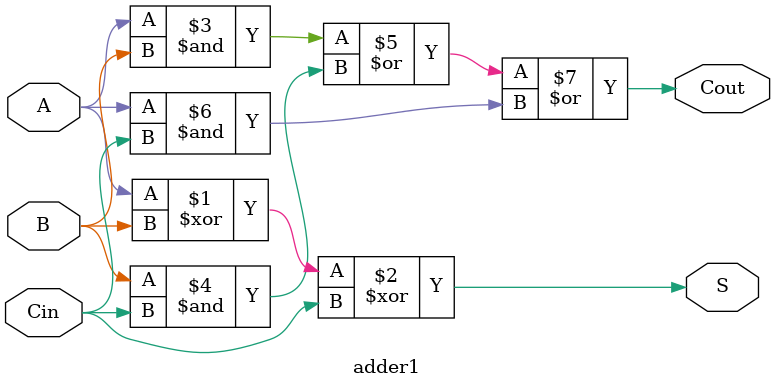
<source format=v>
module adder1(A, B, Cin, S, Cout);
   input A, B, Cin;
   output S, Cout;

   assign S = (A ^ B) ^ Cin;
   assign Cout = (A & B) | (B & Cin) | (A & Cin);
endmodule // adder1

</source>
